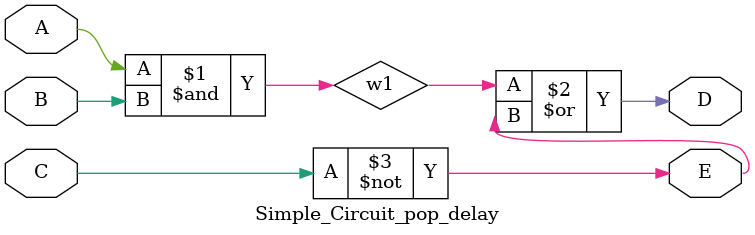
<source format=v>
`timescale 1ns / 1ps

module Simple_Circuit_pop_delay(A,B,C,D,E);
	 
	 output D,E;
	 input A,B,C;
	 wire w1;
	 
	 and #(30)G1(w1,A,B);
	 not #(10)G2(E,C);
	 or  #(20)G3(D,w1,E);

endmodule


</source>
